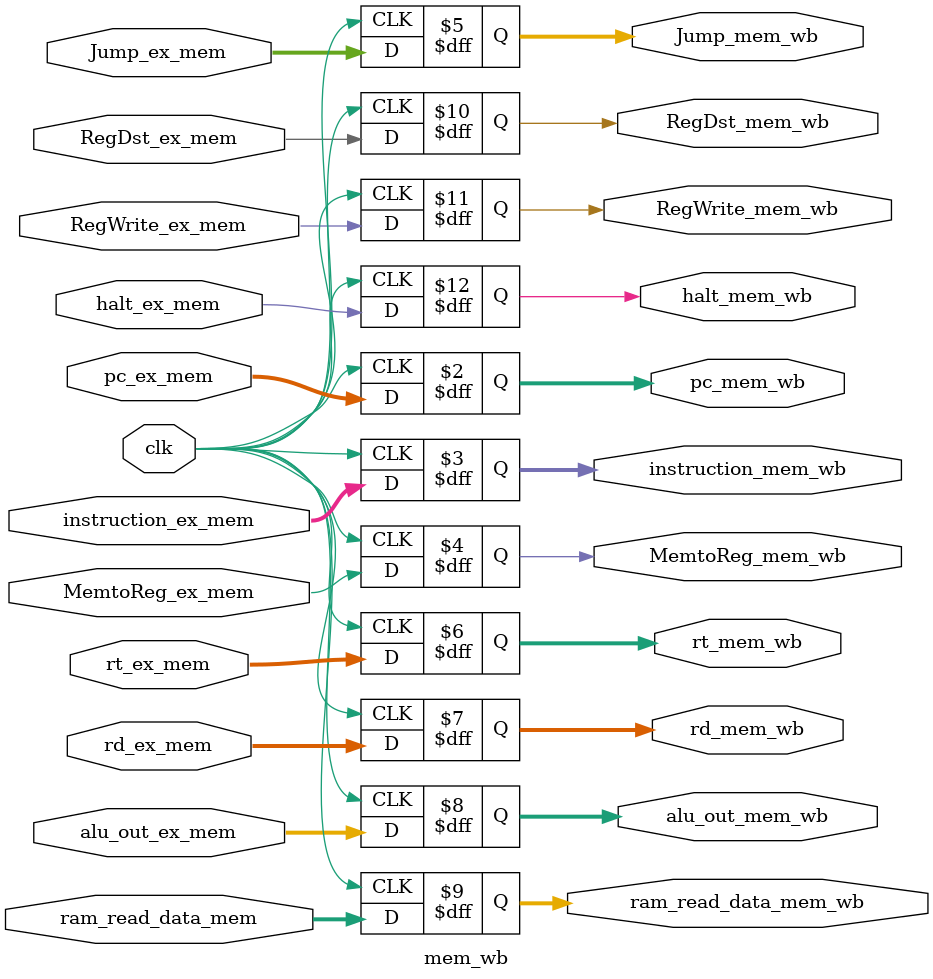
<source format=sv>
`ifndef _mem_wb
`define _mem_wb

`timescale 1ns / 1ps

module mem_wb(
	input wire clk,
	input wire [31 : 0] pc_ex_mem,
	input wire [31 : 0] instruction_ex_mem,
	input wire MemtoReg_ex_mem,
	input wire [4 : 0] rt_ex_mem, rd_ex_mem,
	input wire [1 : 0] Jump_ex_mem,
	input wire [31 : 0] alu_out_ex_mem,
	input wire [31 : 0] ram_read_data_mem,
	input wire RegDst_ex_mem,
	input wire RegWrite_ex_mem,
	input wire halt_ex_mem,
	output reg [31 : 0] pc_mem_wb,
	output reg [31 : 0] instruction_mem_wb,
	output reg MemtoReg_mem_wb,
	output reg [1 : 0] Jump_mem_wb,
	output reg [4 : 0] rt_mem_wb, rd_mem_wb,
	output reg [31 : 0] alu_out_mem_wb,
	output reg [31 : 0] ram_read_data_mem_wb,
	output reg RegDst_mem_wb,
	output reg RegWrite_mem_wb,
	output reg halt_mem_wb
    );
	
	always_ff @(posedge clk) begin
		pc_mem_wb <= pc_ex_mem;
		instruction_mem_wb <= instruction_ex_mem;
		MemtoReg_mem_wb <= MemtoReg_ex_mem;
		Jump_mem_wb <= Jump_ex_mem;
		alu_out_mem_wb <= alu_out_ex_mem;
		ram_read_data_mem_wb <= ram_read_data_mem;
		rt_mem_wb <= rt_ex_mem;
		rd_mem_wb <= rd_ex_mem;
		RegDst_mem_wb <= RegDst_ex_mem;
		RegWrite_mem_wb <= RegWrite_ex_mem;
		halt_mem_wb <= halt_ex_mem;
	end
endmodule

`endif
</source>
